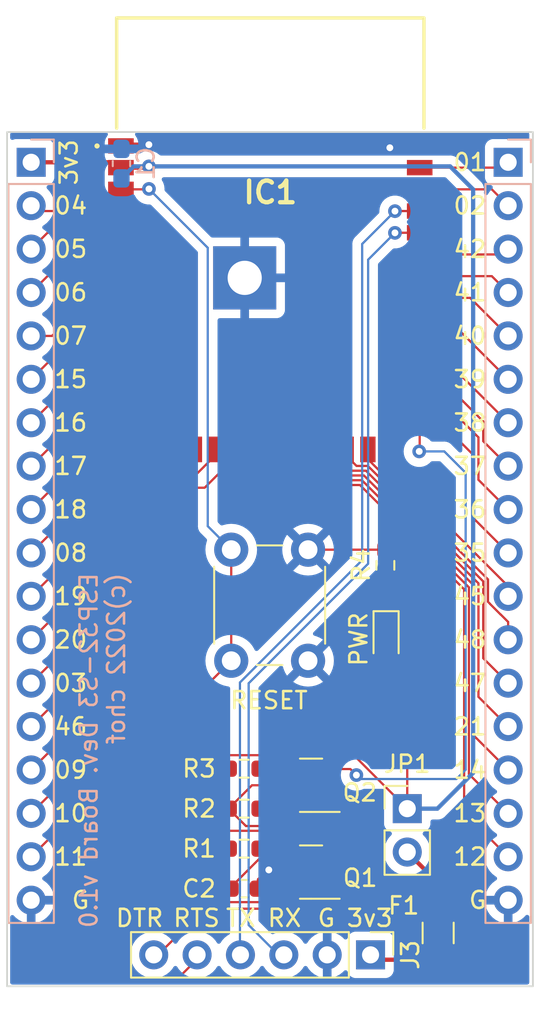
<source format=kicad_pcb>
(kicad_pcb (version 20221018) (generator pcbnew)
  (layers (0 "F.Cu" signal) (31 "B.Cu" signal) (34 "B.Paste" user) (35 "F.Paste" user) (36 "B.SilkS" user "B.Silkscreen") (37 "F.SilkS" user "F.Silkscreen") (38 "B.Mask" user) (39 "F.Mask" user) (44 "Edge.Cuts" user))
  (net 0 "")
  (net 1 "+3V3")
  (net 2 "GND")
  (net 3 "~{RESET}")
  (net 4 "/PWR_FUSED")
  (net 5 "/PWR")
  (net 6 "LP02_IO4")
  (net 7 "LP03_IO5")
  (net 8 "LP04_IO6")
  (net 9 "LP05_IO7")
  (net 10 "LP06_IO15")
  (net 11 "LP07_IO16")
  (net 12 "LP08_IO17")
  (net 13 "LP09_IO18")
  (net 14 "LP10_IO8")
  (net 15 "LP11_IO19")
  (net 16 "LP12_IO20")
  (net 17 "LP13_IO3")
  (net 18 "LP14_IO46")
  (net 19 "LP15_IO9")
  (net 20 "LP16_IO10")
  (net 21 "LP17_IO11")
  (net 22 "RP01_IO12")
  (net 23 "RP02_IO13")
  (net 24 "RP03_IO14")
  (net 25 "RP04_IO21")
  (net 26 "RP05_IO47")
  (net 27 "RP06_IO48")
  (net 28 "RP07_IO45")
  (net 29 " GPIO0")
  (net 30 "RP08_IO35")
  (net 31 "RP09_IO36")
  (net 32 "RP10_IO37")
  (net 33 "RP11_IO38")
  (net 34 "RP12_IO39")
  (net 35 "RP13_IO40")
  (net 36 "RP14_IO41")
  (net 37 "RP15_IO42")
  (net 38 "ESP32_RX")
  (net 39 "ESP32_TX")
  (net 40 "RP16_IO2")
  (net 41 "RP17_IO1")
  (net 42 "RTS")
  (net 43 "DTR")
  (net 44 "Net-(Q1-Pad1)")
  (net 45 "Net-(Q2-Pad1)")
  (net 46 "Net-(D1-Pad1)")
  (footprint "Resistor_SMD:R_0603_1608Metric_Pad0.98x0.95mm_HandSolder" (layer "F.Cu") (at 70.75 97.005 90)
    (fp_text reference "R4" (at 0 -1.43 90) (layer "F.SilkS"))
    (fp_text value "1k")
    (fp_line (start -0.254724 -0.5225) (end 0.254724 -0.5225) (stroke (width 0.12)) (layer "F.SilkS"))
    (fp_line (start -0.254724 0.5225) (end 0.254724 0.5225) (stroke (width 0.12)) (layer "F.SilkS"))
    (pad "1" smd roundrect (at -0.9125 0 90) (size 0.975 0.95) (layers "F.Cu" "F.Paste" "F.Mask") (net 46 "Net-(D1-Pad1)"))
    (pad "2" smd roundrect (at 0.9125 0 90) (size 0.975 0.95) (layers "F.Cu" "F.Paste" "F.Mask") (net 2 "GND"))
  )
  (footprint "Resistor_SMD:R_0603_1608Metric_Pad0.98x0.95mm_HandSolder" (layer "F.Cu") (at 62.47798 108.90648)
    (fp_text reference "R3" (at -2.6435 0) (layer "F.SilkS"))
    (fp_text value "10k")
    (fp_line (start -0.254724 -0.5225) (end 0.254724 -0.5225) (stroke (width 0.12)) (layer "F.SilkS"))
    (fp_line (start -0.254724 0.5225) (end 0.254724 0.5225) (stroke (width 0.12)) (layer "F.SilkS"))
    (pad "1" smd roundrect (at -0.9125 0) (size 0.975 0.95) (layers "F.Cu" "F.Paste" "F.Mask") (net 42 "RTS"))
    (pad "2" smd roundrect (at 0.9125 0) (size 0.975 0.95) (layers "F.Cu" "F.Paste" "F.Mask") (net 45 "Net-(Q2-Pad1)"))
  )
  (footprint "Resistor_SMD:R_0603_1608Metric_Pad0.98x0.95mm_HandSolder" (layer "F.Cu") (at 62.47798 113.58648)
    (fp_text reference "R1" (at -2.6435 0) (layer "F.SilkS"))
    (fp_text value "22k")
    (fp_line (start -0.254724 -0.5225) (end 0.254724 -0.5225) (stroke (width 0.12)) (layer "F.SilkS"))
    (fp_line (start -0.254724 0.5225) (end 0.254724 0.5225) (stroke (width 0.12)) (layer "F.SilkS"))
    (pad "1" smd roundrect (at -0.9125 0) (size 0.975 0.95) (layers "F.Cu" "F.Paste" "F.Mask") (net 1 "+3V3"))
    (pad "2" smd roundrect (at 0.9125 0) (size 0.975 0.95) (layers "F.Cu" "F.Paste" "F.Mask") (net 3 "~{RESET}"))
  )
  (footprint "Fuse:Fuse_1206_3216Metric_Pad1.42x1.75mm_HandSolder" (layer "F.Cu") (at 73.84 118.52 -90)
    (fp_text reference "F1" (at -1.6 2.02) (layer "F.SilkS"))
    (fp_text value "Fuse" hide)
    (fp_line (start -0.602064 -0.91) (end 0.602064 -0.91) (stroke (width 0.12)) (layer "F.SilkS"))
    (fp_line (start -0.602064 0.91) (end 0.602064 0.91) (stroke (width 0.12)) (layer "F.SilkS"))
    (pad "1" smd roundrect (at -1.4875 0 270) (size 1.425 1.75) (layers "F.Cu" "F.Paste" "F.Mask") (roundrect_rratio 0.1754392982) (net 4 "/PWR_FUSED"))
    (pad "2" smd roundrect (at 1.4875 0 270) (size 1.425 1.75) (layers "F.Cu" "F.Paste" "F.Mask") (roundrect_rratio 0.1754392982) (net 5 "/PWR"))
  )
  (footprint "Connector_PinHeader_2.54mm:PinHeader_1x06_P2.54mm_Vertical" (layer "F.Cu") (at 69.88 119.8 -90)
    (fp_text reference "J3" (at 0 -2.33 -90) (layer "F.SilkS"))
    (fp_text value "PROG_HDR")
    (fp_line (start -1.33 -1.33) (end 0 -1.33) (stroke (width 0.12)) (layer "F.SilkS"))
    (fp_line (start -1.33 0) (end -1.33 -1.33) (stroke (width 0.12)) (layer "F.SilkS"))
    (fp_line (start -1.33 1.27) (end -1.33 14.03) (stroke (width 0.12)) (layer "F.SilkS"))
    (fp_line (start -1.33 1.27) (end 1.33 1.27) (stroke (width 0.12)) (layer "F.SilkS"))
    (fp_line (start -1.33 14.03) (end 1.33 14.03) (stroke (width 0.12)) (layer "F.SilkS"))
    (fp_line (start 1.33 1.27) (end 1.33 14.03) (stroke (width 0.12)) (layer "F.SilkS"))
    (pad "1" thru_hole rect (at 0 0 270) (size 1.7 1.7) (drill 1) (layers "*.Cu" "*.Mask") (net 5 "/PWR"))
    (pad "2" thru_hole oval (at 0 2.54 270) (size 1.7 1.7) (drill 1) (layers "*.Cu" "*.Mask") (net 2 "GND"))
    (pad "3" thru_hole oval (at 0 5.08 270) (size 1.7 1.7) (drill 1) (layers "*.Cu" "*.Mask") (net 38 "ESP32_RX"))
    (pad "4" thru_hole oval (at 0 7.62 270) (size 1.7 1.7) (drill 1) (layers "*.Cu" "*.Mask") (net 39 "ESP32_TX"))
    (pad "5" thru_hole oval (at 0 10.16 270) (size 1.7 1.7) (drill 1) (layers "*.Cu" "*.Mask") (net 42 "RTS"))
    (pad "6" thru_hole oval (at 0 12.7 270) (size 1.7 1.7) (drill 1) (layers "*.Cu" "*.Mask") (net 43 "DTR"))
  )
  (footprint "Button_Switch_THT:SW_PUSH_6mm" (layer "F.Cu") (at 66.22 96.09 -90)
    (fp_text reference "RESET" (at 8.82 2.29 180) (layer "F.SilkS"))
    (fp_text value "SW_Reset")
    (fp_line (start -0.25 1.5) (end -0.25 3) (stroke (width 0.12)) (layer "F.SilkS"))
    (fp_line (start 1 5.5) (end 5.5 5.5) (stroke (width 0.12)) (layer "F.SilkS"))
    (fp_line (start 5.5 -1) (end 1 -1) (stroke (width 0.12)) (layer "F.SilkS"))
    (fp_line (start 6.75 3) (end 6.75 1.5) (stroke (width 0.12)) (layer "F.SilkS"))
    (pad "1" thru_hole circle (at 0 0) (size 2 2) (drill 1.1) (layers "*.Cu" "*.Mask") (net 2 "GND"))
    (pad "1" thru_hole circle (at 6.5 0) (size 2 2) (drill 1.1) (layers "*.Cu" "*.Mask") (net 2 "GND"))
    (pad "2" thru_hole circle (at 0 4.5) (size 2 2) (drill 1.1) (layers "*.Cu" "*.Mask") (net 3 "~{RESET}"))
    (pad "2" thru_hole circle (at 6.5 4.5) (size 2 2) (drill 1.1) (layers "*.Cu" "*.Mask") (net 3 "~{RESET}"))
  )
  (footprint "Connector_PinHeader_2.54mm:PinHeader_1x02_P2.54mm_Vertical" (layer "F.Cu") (at 72.03 111.245)
    (fp_text reference "JP1" (at 0 -2.615) (layer "F.SilkS"))
    (fp_text value "PWR_PROG" hide)
    (fp_line (start -1.33 -1.33) (end 0 -1.33) (stroke (width 0.12)) (layer "F.SilkS"))
    (fp_line (start -1.33 0) (end -1.33 -1.33) (stroke (width 0.12)) (layer "F.SilkS"))
    (fp_line (start -1.33 1.27) (end -1.33 3.87) (stroke (width 0.12)) (layer "F.SilkS"))
    (fp_line (start -1.33 1.27) (end 1.33 1.27) (stroke (width 0.12)) (layer "F.SilkS"))
    (fp_line (start -1.33 3.87) (end 1.33 3.87) (stroke (width 0.12)) (layer "F.SilkS"))
    (fp_line (start 1.33 1.27) (end 1.33 3.87) (stroke (width 0.12)) (layer "F.SilkS"))
    (pad "1" thru_hole rect (at 0 0) (size 1.7 1.7) (drill 1) (layers "*.Cu" "*.Mask") (net 1 "+3V3"))
    (pad "2" thru_hole oval (at 0 2.54) (size 1.7 1.7) (drill 1) (layers "*.Cu" "*.Mask") (net 4 "/PWR_FUSED"))
  )
  (footprint "Package_TO_SOT_SMD:SOT-23" (layer "F.Cu") (at 66.39498 114.95648 180)
    (fp_text reference "Q1" (at -2.87502 -0.34352) (layer "F.SilkS"))
    (fp_text value "SS8050-G" hide)
    (fp_line (start 0 -1.56) (end -1.675 -1.56) (stroke (width 0.12)) (layer "F.SilkS"))
    (fp_line (start 0 -1.56) (end 0.65 -1.56) (stroke (width 0.12)) (layer "F.SilkS"))
    (fp_line (start 0 1.56) (end -0.65 1.56) (stroke (width 0.12)) (layer "F.SilkS"))
    (fp_line (start 0 1.56) (end 0.65 1.56) (stroke (width 0.12)) (layer "F.SilkS"))
    (pad "1" smd roundrect (at -0.9375 -0.95 180) (size 1.475 0.6) (layers "F.Cu" "F.Paste" "F.Mask") (net 44 "Net-(Q1-Pad1)"))
    (pad "2" smd roundrect (at -0.9375 0.95 180) (size 1.475 0.6) (layers "F.Cu" "F.Paste" "F.Mask") (net 3 "~{RESET}"))
    (pad "3" smd roundrect (at 0.9375 0 180) (size 1.475 0.6) (layers "F.Cu" "F.Paste" "F.Mask") (net 42 "RTS"))
  )
  (footprint "Package_TO_SOT_SMD:SOT-23" (layer "F.Cu") (at 66.39498 109.87648 180)
    (fp_text reference "Q2" (at -2.85502 -0.43352) (layer "F.SilkS"))
    (fp_text value "SS8050-G")
    (fp_line (start 0 -1.56) (end -1.675 -1.56) (stroke (width 0.12)) (layer "F.SilkS"))
    (fp_line (start 0 -1.56) (end 0.65 -1.56) (stroke (width 0.12)) (layer "F.SilkS"))
    (fp_line (start 0 1.56) (end -0.65 1.56) (stroke (width 0.12)) (layer "F.SilkS"))
    (fp_line (start 0 1.56) (end 0.65 1.56) (stroke (width 0.12)) (layer "F.SilkS"))
    (pad "1" smd roundrect (at -0.9375 -0.95 180) (size 1.475 0.6) (layers "F.Cu" "F.Paste" "F.Mask") (net 45 "Net-(Q2-Pad1)"))
    (pad "2" smd roundrect (at -0.9375 0.95 180) (size 1.475 0.6) (layers "F.Cu" "F.Paste" "F.Mask") (net 29 " GPIO0"))
    (pad "3" smd roundrect (at 0.9375 0 180) (size 1.475 0.6) (layers "F.Cu" "F.Paste" "F.Mask") (net 43 "DTR"))
  )
  (footprint "Resistor_SMD:R_0603_1608Metric_Pad0.98x0.95mm_HandSolder" (layer "F.Cu") (at 62.47798 111.24648)
    (fp_text reference "R2" (at -2.6435 0) (layer "F.SilkS"))
    (fp_text value "10k")
    (fp_line (start -0.254724 -0.5225) (end 0.254724 -0.5225) (stroke (width 0.12)) (layer "F.SilkS"))
    (fp_line (start -0.254724 0.5225) (end 0.254724 0.5225) (stroke (width 0.12)) (layer "F.SilkS"))
    (pad "1" smd roundrect (at -0.9125 0) (size 0.975 0.95) (layers "F.Cu" "F.Paste" "F.Mask") (net 43 "DTR"))
    (pad "2" smd roundrect (at 0.9125 0) (size 0.975 0.95) (layers "F.Cu" "F.Paste" "F.Mask") (net 44 "Net-(Q1-Pad1)"))
  )
  (footprint "Capacitor_SMD:C_0603_1608Metric_Pad1.08x0.95mm_HandSolder" (layer "F.Cu") (at 62.47798 115.92648)
    (fp_text reference "C2" (at -2.6435 0) (layer "F.SilkS"))
    (fp_text value "1uF")
    (fp_line (start -0.146267 -0.51) (end 0.146267 -0.51) (stroke (width 0.12)) (layer "F.SilkS"))
    (fp_line (start -0.146267 0.51) (end 0.146267 0.51) (stroke (width 0.12)) (layer "F.SilkS"))
    (pad "1" smd roundrect (at -0.8625 0) (size 1.075 0.95) (layers "F.Cu" "F.Paste" "F.Mask") (net 3 "~{RESET}"))
    (pad "2" smd roundrect (at 0.8625 0) (size 1.075 0.95) (layers "F.Cu" "F.Paste" "F.Mask") (net 2 "GND"))
  )
  (footprint "LED_SMD:LED_0603_1608Metric_Pad1.05x0.95mm_HandSolder" (layer "F.Cu") (at 70.79 101.35 -90)
    (fp_text reference "PWR" hide)
    (fp_text value "PWR" (at -0.02 1.61 90) (layer "F.SilkS"))
    (fp_line (start -1.66 -0.735) (end -1.66 0.735) (stroke (width 0.12)) (layer "F.SilkS"))
    (fp_line (start -1.66 0.735) (end 0.8 0.735) (stroke (width 0.12)) (layer "F.SilkS"))
    (fp_line (start 0.8 -0.735) (end -1.66 -0.735) (stroke (width 0.12)) (layer "F.SilkS"))
    (pad "1" smd roundrect (at -0.875 0 270) (size 1.05 0.95) (layers "F.Cu" "F.Paste" "F.Mask") (net 46 "Net-(D1-Pad1)"))
    (pad "2" smd roundrect (at 0.875 0 270) (size 1.05 0.95) (layers "F.Cu" "F.Paste" "F.Mask") (net 1 "+3V3"))
  )
  (footprint "Chof747 Footprints:ESP32S3WROOM1N8R8" (layer "F.Cu") (at 64.008 77.724)
    (fp_text reference "IC1" (at 0 -2.54) (layer "F.SilkS") (effects (font (size 1.27 1.27) (thickness 0.254))))
    (fp_text value "ESP32-S3-WROOM-1-N8R8" hide)
    (fp_line (start -10.2 -5.26) (end -10.2 -5.26) (stroke (width 0.2)) (layer "F.SilkS"))
    (fp_line (start -10.2 -5.26) (end -10.2 -5.26) (stroke (width 0.2)) (layer "F.SilkS"))
    (fp_line (start -10.1 -5.26) (end -10.1 -5.26) (stroke (width 0.2)) (layer "F.SilkS"))
    (fp_line (start -9 -12.75) (end 9 -12.75) (stroke (width 0.2)) (layer "F.SilkS"))
    (fp_line (start -9 -6.3) (end -9 -12.75) (stroke (width 0.2)) (layer "F.SilkS"))
    (fp_line (start 9 -12.75) (end 9 -6.3) (stroke (width 0.2)) (layer "F.SilkS"))
    (fp_arc (start -10.2 -5.26) (mid -10.15 -5.31) (end -10.1 -5.26) (stroke (width 0.2)) (layer "F.SilkS"))
    (fp_arc (start -10.1 -5.26) (mid -10.15 -5.21) (end -10.2 -5.26) (stroke (width 0.2)) (layer "F.SilkS"))
    (fp_arc (start -10.1 -5.26) (mid -10.15 -5.21) (end -10.2 -5.26) (stroke (width 0.2)) (layer "F.SilkS"))
    (pad "1" smd rect locked (at -8.75 -5.26 90) (size 0.9 1.5) (layers "F.Cu" "F.Paste" "F.Mask") (net 2 "GND"))
    (pad "1" thru_hole rect locked (at -1.5 2.46) (size 3.7 3.7) (drill 2) (layers "*.Cu" "*.Mask") (net 2 "GND"))
    (pad "1" smd rect locked (at 8.75 -5.26 90) (size 0.9 1.5) (layers "F.Cu" "F.Paste" "F.Mask") (net 2 "GND"))
    (pad "2" smd rect locked (at -8.75 -3.99 90) (size 0.9 1.5) (layers "F.Cu" "F.Paste" "F.Mask") (net 1 "+3V3"))
    (pad "3" smd rect locked (at -8.75 -2.72 90) (size 0.9 1.5) (layers "F.Cu" "F.Paste" "F.Mask") (net 3 "~{RESET}"))
    (pad "4" smd rect locked (at -8.75 -1.45 90) (size 0.9 1.5) (layers "F.Cu" "F.Paste" "F.Mask") (net 6 "LP02_IO4"))
    (pad "5" smd rect locked (at -8.75 -0.18 90) (size 0.9 1.5) (layers "F.Cu" "F.Paste" "F.Mask") (net 7 "LP03_IO5"))
    (pad "6" smd rect locked (at -8.75 1.09 90) (size 0.9 1.5) (layers "F.Cu" "F.Paste" "F.Mask") (net 8 "LP04_IO6"))
    (pad "7" smd rect locked (at -8.75 2.36 90) (size 0.9 1.5) (layers "F.Cu" "F.Paste" "F.Mask") (net 9 "LP05_IO7"))
    (pad "8" smd rect locked (at -8.75 3.63 90) (size 0.9 1.5) (layers "F.Cu" "F.Paste" "F.Mask") (net 10 "LP06_IO15"))
    (pad "9" smd rect locked (at -8.75 4.9 90) (size 0.9 1.5) (layers "F.Cu" "F.Paste" "F.Mask") (net 11 "LP07_IO16"))
    (pad "10" smd rect locked (at -8.75 6.17 90) (size 0.9 1.5) (layers "F.Cu" "F.Paste" "F.Mask") (net 12 "LP08_IO17"))
    (pad "11" smd rect locked (at -8.75 7.44 90) (size 0.9 1.5) (layers "F.Cu" "F.Paste" "F.Mask") (net 13 "LP09_IO18"))
    (pad "12" smd rect locked (at -8.75 8.71 90) (size 0.9 1.5) (layers "F.Cu" "F.Paste" "F.Mask") (net 14 "LP10_IO8"))
    (pad "13" smd rect locked (at -8.75 9.98 90) (size 0.9 1.5) (layers "F.Cu" "F.Paste" "F.Mask") (net 15 "LP11_IO19"))
    (pad "14" smd rect locked (at -8.75 11.25 90) (size 0.9 1.5) (layers "F.Cu" "F.Paste" "F.Mask") (net 16 "LP12_IO20"))
    (pad "15" smd rect locked (at -6.985 12.5) (size 0.9 1.5) (layers "F.Cu" "F.Paste" "F.Mask") (net 17 "LP13_IO3"))
    (pad "16" smd rect locked (at -5.715 12.5) (size 0.9 1.5) (layers "F.Cu" "F.Paste" "F.Mask") (net 18 "LP14_IO46"))
    (pad "17" smd rect locked (at -4.445 12.5) (size 0.9 1.5) (layers "F.Cu" "F.Paste" "F.Mask") (net 19 "LP15_IO9"))
    (pad "18" smd rect locked (at -3.175 12.5) (size 0.9 1.5) (layers "F.Cu" "F.Paste" "F.Mask") (net 20 "LP16_IO10"))
    (pad "19" smd rect locked (at -1.905 12.5) (size 0.9 1.5) (layers "F.Cu" "F.Paste" "F.Mask") (net 21 "LP17_IO11"))
    (pad "20" smd rect locked (at -0.635 12.5) (size 0.9 1.5) (layers "F.Cu" "F.Paste" "F.Mask") (net 22 "RP01_IO12"))
    (pad "21" smd rect locked (at 0.635 12.5) (size 0.9 1.5) (layers "F.Cu" "F.Paste" "F.Mask") (net 23 "RP02_IO13"))
    (pad "22" smd rect locked (at 1.905 12.5) (size 0.9 1.5) (layers "F.Cu" "F.Paste" "F.Mask") (net 24 "RP03_IO14"))
    (pad "23" smd rect locked (at 3.175 12.5) (size 0.9 1.5) (layers "F.Cu" "F.Paste" "F.Mask") (net 25 "RP04_IO21"))
    (pad "24" smd rect locked (at 4.445 12.5) (size 0.9 1.5) (layers "F.Cu" "F.Paste" "F.Mask") (net 26 "RP05_IO47"))
    (pad "25" smd rect locked (at 5.715 12.5) (size 0.9 1.5) (layers "F.Cu" "F.Paste" "F.Mask") (net 27 "RP06_IO48"))
    (pad "26" smd rect locked (at 6.985 12.5) (size 0.9 1.5) (layers "F.Cu" "F.Paste" "F.Mask") (net 28 "RP07_IO45"))
    (pad "27" smd rect locked (at 8.75 11.25 90) (size 0.9 1.5) (layers "F.Cu" "F.Paste" "F.Mask") (net 29 " GPIO0"))
    (pad "28" smd rect locked (at 8.75 9.98 90) (size 0.9 1.5) (layers "F.Cu" "F.Paste" "F.Mask") (net 30 "RP08_IO35"))
    (pad "29" smd rect locked (at 8.75 8.71 90) (size 0.9 1.5) (layers "F.Cu" "F.Paste" "F.Mask") (net 31 "RP09_IO36"))
    (pad "30" smd rect locked (at 8.75 7.44 90) (size 0.9 1.5) (layers "F.Cu" "F.Paste" "F.Mask") (net 32 "RP10_IO37"))
    (pad "31" smd rect locked (at 8.75 6.17 90) (size 0.9 1.5) (layers "F.Cu" "F.Paste" "F.Mask") (net 33 "RP11_IO38"))
    (pad "32" smd rect locked (at 8.75 4.9 90) (size 0.9 1.5) (layers "F.Cu" "F.Paste" "F.Mask") (net 34 "RP12_IO39"))
    (pad "33" smd rect locked (at 8.75 3.63 90) (size 0.9 1.5) (layers "F.Cu" "F.Paste" "F.Mask") (net 35 "RP13_IO40"))
    (pad "34" smd rect locked (at 8.75 2.36 90) (size 0.9 1.5) (layers "F.Cu" "F.Paste" "F.Mask") (net 36 "RP14_IO41"))
    (pad "35" smd rect locked (at 8.75 1.09 90) (size 0.9 1.5) (layers "F.Cu" "F.Paste" "F.Mask") (net 37 "RP15_IO42"))
    (pad "36" smd rect locked (at 8.75 -0.18 90) (size 0.9 1.5) (layers "F.Cu" "F.Paste" "F.Mask") (net 38 "ESP32_RX"))
    (pad "37" smd rect locked (at 8.75 -1.45 90) (size 0.9 1.5) (layers "F.Cu" "F.Paste" "F.Mask") (net 39 "ESP32_TX"))
    (pad "38" smd rect locked (at 8.75 -2.72 90) (size 0.9 1.5) (layers "F.Cu" "F.Paste" "F.Mask") (net 40 "RP16_IO2"))
    (pad "39" smd rect locked (at 8.75 -3.99 90) (size 0.9 1.5) (layers "F.Cu" "F.Paste" "F.Mask") (net 41 "RP17_IO1"))
  )
  (footprint "Capacitor_SMD:C_0603_1608Metric_Pad1.08x0.95mm_HandSolder" (layer "B.Cu") (at 55.29 73.5 90)
    (fp_text reference "C1" (at 0 1.43 90) (layer "B.SilkS") (effects (justify mirror)))
    (fp_text value "10uF")
    (fp_line (start -0.146267 -0.51) (end 0.146267 -0.51) (stroke (width 0.12)) (layer "B.SilkS"))
    (fp_line (start -0.146267 0.51) (end 0.146267 0.51) (stroke (width 0.12)) (layer "B.SilkS"))
    (pad "1" smd roundrect (at -0.8625 0 90) (size 1.075 0.95) (layers "B.Cu" "B.Paste" "B.Mask") (net 1 "+3V3"))
    (pad "2" smd roundrect (at 0.8625 0 90) (size 1.075 0.95) (layers "B.Cu" "B.Paste" "B.Mask") (net 2 "GND"))
  )
  (footprint "Connector_PinHeader_2.54mm:PinHeader_1x18_P2.54mm_Vertical" (layer "B.Cu") (at 77.94 73.421 180)
    (fp_text reference "J2" hide)
    (fp_text value "Conn_01x18" hide)
    (fp_line (start -1.33 -44.51) (end 1.33 -44.51) (stroke (width 0.12)) (layer "B.SilkS"))
    (fp_line (start -1.33 -1.27) (end -1.33 -44.51) (stroke (width 0.12)) (layer "B.SilkS"))
    (fp_line (start -1.33 -1.27) (end 1.33 -1.27) (stroke (width 0.12)) (layer "B.SilkS"))
    (fp_line (start -1.33 0) (end -1.33 1.33) (stroke (width 0.12)) (layer "B.SilkS"))
    (fp_line (start -1.33 1.33) (end 0 1.33) (stroke (width 0.12)) (layer "B.SilkS"))
    (fp_line (start 1.33 -1.27) (end 1.33 -44.51) (stroke (width 0.12)) (layer "B.SilkS"))
    (pad "1" thru_hole rect locked (at 0 0 180) (size 1.7 1.7) (drill 1) (layers "*.Cu" "*.Mask") (net 41 "RP17_IO1"))
    (pad "2" thru_hole oval locked (at 0 -2.54 180) (size 1.7 1.7) (drill 1) (layers "*.Cu" "*.Mask") (net 40 "RP16_IO2"))
    (pad "3" thru_hole oval locked (at 0 -5.08 180) (size 1.7 1.7) (drill 1) (layers "*.Cu" "*.Mask") (net 37 "RP15_IO42"))
    (pad "4" thru_hole oval locked (at 0 -7.62 180) (size 1.7 1.7) (drill 1) (layers "*.Cu" "*.Mask") (net 36 "RP14_IO41"))
    (pad "5" thru_hole oval locked (at 0 -10.16 180) (size 1.7 1.7) (drill 1) (layers "*.Cu" "*.Mask") (net 35 "RP13_IO40"))
    (pad "6" thru_hole oval locked (at 0 -12.7 180) (size 1.7 1.7) (drill 1) (layers "*.Cu" "*.Mask") (net 34 "RP12_IO39"))
    (pad "7" thru_hole oval locked (at 0 -15.24 180) (size 1.7 1.7) (drill 1) (layers "*.Cu" "*.Mask") (net 33 "RP11_IO38"))
    (pad "8" thru_hole oval locked (at 0 -17.78 180) (size 1.7 1.7) (drill 1) (layers "*.Cu" "*.Mask") (net 32 "RP10_IO37"))
    (pad "9" thru_hole oval locked (at 0 -20.32 180) (size 1.7 1.7) (drill 1) (layers "*.Cu" "*.Mask") (net 31 "RP09_IO36"))
    (pad "10" thru_hole oval locked (at 0 -22.86 180) (size 1.7 1.7) (drill 1) (layers "*.Cu" "*.Mask") (net 30 "RP08_IO35"))
    (pad "11" thru_hole oval locked (at 0 -25.4 180) (size 1.7 1.7) (drill 1) (layers "*.Cu" "*.Mask") (net 28 "RP07_IO45"))
    (pad "12" thru_hole oval locked (at 0 -27.94 180) (size 1.7 1.7) (drill 1) (layers "*.Cu" "*.Mask") (net 27 "RP06_IO48"))
    (pad "13" thru_hole oval locked (at 0 -30.48 180) (size 1.7 1.7) (drill 1) (layers "*.Cu" "*.Mask") (net 26 "RP05_IO47"))
    (pad "14" thru_hole oval locked (at 0 -33.02 180) (size 1.7 1.7) (drill 1) (layers "*.Cu" "*.Mask") (net 25 "RP04_IO21"))
    (pad "15" thru_hole oval locked (at 0 -35.56 180) (size 1.7 1.7) (drill 1) (layers "*.Cu" "*.Mask") (net 24 "RP03_IO14"))
    (pad "16" thru_hole oval locked (at 0 -38.1 180) (size 1.7 1.7) (drill 1) (layers "*.Cu" "*.Mask") (net 23 "RP02_IO13"))
    (pad "17" thru_hole oval locked (at 0 -40.64 180) (size 1.7 1.7) (drill 1) (layers "*.Cu" "*.Mask") (net 22 "RP01_IO12"))
    (pad "18" thru_hole oval locked (at 0 -43.18 180) (size 1.7 1.7) (drill 1) (layers "*.Cu" "*.Mask") (net 2 "GND"))
  )
  (footprint "Connector_PinHeader_2.54mm:PinHeader_1x18_P2.54mm_Vertical" (layer "B.Cu") (at 50 73.421 180)
    (fp_text reference "J1" hide)
    (fp_text value "Conn_01x18" hide)
    (fp_line (start -1.33 -44.51) (end 1.33 -44.51) (stroke (width 0.12)) (layer "B.SilkS"))
    (fp_line (start -1.33 -1.27) (end -1.33 -44.51) (stroke (width 0.12)) (layer "B.SilkS"))
    (fp_line (start -1.33 -1.27) (end 1.33 -1.27) (stroke (width 0.12)) (layer "B.SilkS"))
    (fp_line (start -1.33 0) (end -1.33 1.33) (stroke (width 0.12)) (layer "B.SilkS"))
    (fp_line (start -1.33 1.33) (end 0 1.33) (stroke (width 0.12)) (layer "B.SilkS"))
    (fp_line (start 1.33 -1.27) (end 1.33 -44.51) (stroke (width 0.12)) (layer "B.SilkS"))
    (pad "1" thru_hole rect locked (at 0 0 180) (size 1.7 1.7) (drill 1) (layers "*.Cu" "*.Mask") (net 1 "+3V3"))
    (pad "2" thru_hole oval locked (at 0 -2.54 180) (size 1.7 1.7) (drill 1) (layers "*.Cu" "*.Mask") (net 6 "LP02_IO4"))
    (pad "3" thru_hole oval locked (at 0 -5.08 180) (size 1.7 1.7) (drill 1) (layers "*.Cu" "*.Mask") (net 7 "LP03_IO5"))
    (pad "4" thru_hole oval locked (at 0 -7.62 180) (size 1.7 1.7) (drill 1) (layers "*.Cu" "*.Mask") (net 8 "LP04_IO6"))
    (pad "5" thru_hole oval locked (at 0 -10.16 180) (size 1.7 1.7) (drill 1) (layers "*.Cu" "*.Mask") (net 9 "LP05_IO7"))
    (pad "6" thru_hole oval locked (at 0 -12.7 180) (size 1.7 1.7) (drill 1) (layers "*.Cu" "*.Mask") (net 10 "LP06_IO15"))
    (pad "7" thru_hole oval locked (at 0 -15.24 180) (size 1.7 1.7) (drill 1) (layers "*.Cu" "*.Mask") (net 11 "LP07_IO16"))
    (pad "8" thru_hole oval locked (at 0 -17.78 180) (size 1.7 1.7) (drill 1) (layers "*.Cu" "*.Mask") (net 12 "LP08_IO17"))
    (pad "9" thru_hole oval locked (at 0 -20.32 180) (size 1.7 1.7) (drill 1) (layers "*.Cu" "*.Mask") (net 13 "LP09_IO18"))
    (pad "10" thru_hole oval locked (at 0 -22.86 180) (size 1.7 1.7) (drill 1) (layers "*.Cu" "*.Mask") (net 14 "LP10_IO8"))
    (pad "11" thru_hole oval locked (at 0 -25.4 180) (size 1.7 1.7) (drill 1) (layers "*.Cu" "*.Mask") (net 15 "LP11_IO19"))
    (pad "12" thru_hole oval locked (at 0 -27.94 180) (size 1.7 1.7) (drill 1) (layers "*.Cu" "*.Mask") (net 16 "LP12_IO20"))
    (pad "13" thru_hole oval locked (at 0 -30.48 180) (size 1.7 1.7) (drill 1) (layers "*.Cu" "*.Mask") (net 17 "LP13_IO3"))
    (pad "14" thru_hole oval locked (at 0 -33.02 180) (size 1.7 1.7) (drill 1) (layers "*.Cu" "*.Mask") (net 18 "LP14_IO46"))
    (pad "15" thru_hole oval locked (at 0 -35.56 180) (size 1.7 1.7) (drill 1) (layers "*.Cu" "*.Mask") (net 19 "LP15_IO9"))
    (pad "16" thru_hole oval locked (at 0 -38.1 180) (size 1.7 1.7) (drill 1) (layers "*.Cu" "*.Mask") (net 20 "LP16_IO10"))
    (pad "17" thru_hole oval locked (at 0 -40.64 180) (size 1.7 1.7) (drill 1) (layers "*.Cu" "*.Mask") (net 21 "LP17_IO11"))
    (pad "18" thru_hole oval locked (at 0 -43.18 180) (size 1.7 1.7) (drill 1) (layers "*.Cu" "*.Mask") (net 2 "GND"))
  )
  (gr_rect locked (start 48.59 71.65) (end 79.39 121.64) (stroke (width 0.1)) (fill none) (layer "Edge.Cuts"))
  (gr_text "ESP32-S3 Dev. Board v1.0\n(c)2022 chof" (at 54.18 97.36 90) (layer "B.SilkS") (effects (font (size 1 1)) (justify left mirror)))
  (gr_text "35" (at 75.7 96.281) (layer "F.SilkS") (effects (font (size 1 1))))
  (gr_text "06" (at 52.32 81.041) (layer "F.SilkS") (effects (font (size 1 1))))
  (gr_text "14" (at 75.7 108.981) (layer "F.SilkS") (effects (font (size 1 1))))
  (gr_text "3v3" (at 69.83 117.65) (layer "F.SilkS") (effects (font (size 1 1))))
  (gr_text "08" (at 52.32 96.281) (layer "F.SilkS") (effects (font (size 1 1))))
  (gr_text "47" (at 75.7 103.901) (layer "F.SilkS") (effects (font (size 1 1))))
  (gr_text "10" (at 52.32 111.521) (layer "F.SilkS") (effects (font (size 1 1))))
  (gr_text "42" (at 75.7 78.501) (layer "F.SilkS") (effects (font (size 1 1))))
  (gr_text "41" (at 75.7 81.041) (layer "F.SilkS") (effects (font (size 1 1))))
  (gr_text "19" (at 52.32 98.821) (layer "F.SilkS") (effects (font (size 1 1))))
  (gr_text "12" (at 75.7 114.061) (layer "F.SilkS") (effects (font (size 1 1))))
  (gr_text "20" (at 52.32 101.361) (layer "F.SilkS") (effects (font (size 1 1))))
  (gr_text "07" (at 52.32 83.581) (layer "F.SilkS") (effects (font (size 1 1))))
  (gr_text "48" (at 75.7 101.361) (layer "F.SilkS") (effects (font (size 1 1))))
  (gr_text "38" (at 75.7 88.661) (layer "F.SilkS") (effects (font (size 1 1))))
  (gr_text "03" (at 52.32 103.901) (layer "F.SilkS") (effects (font (size 1 1))))
  (gr_text "36" (at 75.7 93.741) (layer "F.SilkS") (effects (font (size 1 1))))
  (gr_text "15" (at 52.32 86.121) (layer "F.SilkS") (effects (font (size 1 1))))
  (gr_text "21" (at 75.7 106.441) (layer "F.SilkS") (effects (font (size 1 1))))
  (gr_text "09" (at 52.32 108.981) (layer "F.SilkS") (effects (font (size 1 1))))
  (gr_text "45" (at 75.7 98.821) (layer "F.SilkS") (effects (font (size 1 1))))
  (gr_text "G" (at 76.152381 116.601) (layer "F.SilkS") (effects (font (size 1 1))))
  (gr_text "02" (at 75.7 75.961) (layer "F.SilkS") (effects (font (size 1 1))))
  (gr_text "16" (at 52.32 88.661) (layer "F.SilkS") (effects (font (size 1 1))))
  (gr_text "RX" (at 64.84 117.65) (layer "F.SilkS") (effects (font (size 1 1))))
  (gr_text "18" (at 52.32 93.741) (layer "F.SilkS") (effects (font (size 1 1))))
  (gr_text "RTS" (at 59.69 117.65) (layer "F.SilkS") (effects (font (size 1 1))))
  (gr_text "G" (at 52.891428 116.601) (layer "F.SilkS") (effects (font (size 1 1))))
  (gr_text "17" (at 52.32 91.201) (layer "F.SilkS") (effects (font (size 1 1))))
  (gr_text "01\n" (at 75.7 73.421) (layer "F.SilkS") (effects (font (size 1 1))))
  (gr_text "05" (at 52.32 78.501) (layer "F.SilkS") (effects (font (size 1 1))))
  (gr_text "G" (at 67.29 117.65) (layer "F.SilkS") (effects (font (size 1 1))))
  (gr_text "3v3" (at 52.210119 73.421001 90) (layer "F.SilkS") (effects (font (size 1 1))))
  (gr_text "TX" (at 62.28 117.65) (layer "F.SilkS") (effects (font (size 1 1))))
  (gr_text "39" (at 75.7 86.121) (layer "F.SilkS") (effects (font (size 1 1))))
  (gr_text "11" (at 52.32 114.061) (layer "F.SilkS") (effects (font (size 1 1))))
  (gr_text "DTR" (at 56.35 117.65) (layer "F.SilkS") (effects (font (size 1 1))))
  (gr_text "37" (at 75.7 91.201) (layer "F.SilkS") (effects (font (size 1 1))))
  (gr_text "13" (at 75.7 111.521) (layer "F.SilkS") (effects (font (size 1 1))))
  (gr_text "40" (at 75.7 83.581) (layer "F.SilkS") (effects (font (size 1 1))))
  (gr_text "46" (at 52.32 106.441) (layer "F.SilkS") (effects (font (size 1 1))))
  (gr_text "04" (at 52.32 75.961) (layer "F.SilkS") (effects (font (size 1 1))))
  (segment (start 68.90196 108.11696) (end 61.086826 108.11696) (width 0.13) (layer "F.Cu") (net 1))
  (segment (start 60.48394 112.50494) (end 61.56548 113.58648) (width 0.13) (layer "F.Cu") (net 1))
  (segment (start 60.48394 108.84394) (end 60.48394 112.50494) (width 0.13) (layer "F.Cu") (net 1))
  (segment (start 60.48 108.723786) (end 60.48 108.86) (width 0.13) (layer "F.Cu") (net 1))
  (segment (start 72.03 103.465) (end 70.79 102.225) (width 0.13) (layer "F.Cu") (net 1))
  (segment (start 56.822 73.734) (end 56.896 73.66) (width 0.25) (layer "F.Cu") (net 1))
  (segment (start 55.258 73.734) (end 54.945 73.421) (width 0.25) (layer "F.Cu") (net 1))
  (segment (start 72.03 111.245) (end 68.90196 108.11696) (width 0.13) (layer "F.Cu") (net 1))
  (segment (start 54.945 73.421) (end 50 73.421) (width 0.25) (layer "F.Cu") (net 1))
  (segment (start 55.258 73.734) (end 56.822 73.734) (width 0.25) (layer "F.Cu") (net 1))
  (segment (start 72.03 111.245) (end 72.03 103.465) (width 0.13) (layer "F.Cu") (net 1))
  (segment (start 61.086826 108.11696) (end 60.48 108.723786) (width 0.13) (layer "F.Cu") (net 1))
  (segment (start 60.48 108.84) (end 60.48394 108.84394) (width 0.13) (layer "F.Cu") (net 1))
  (via (at 56.896 73.66) (size 0.8) (drill 0.4) (layers "F.Cu" "B.Cu") (net 1))
  (segment (start 75.89 109.15) (end 73.795 111.245) (width 0.25) (layer "B.Cu") (net 1))
  (segment (start 74.54 73.66) (end 75.89 75.01) (width 0.25) (layer "B.Cu") (net 1))
  (segment (start 55.9925 73.66) (end 55.29 74.3625) (width 0.25) (layer "B.Cu") (net 1))
  (segment (start 73.795 111.245) (end 72.03 111.245) (width 0.25) (layer "B.Cu") (net 1))
  (segment (start 56.896 73.66) (end 74.54 73.66) (width 0.25) (layer "B.Cu") (net 1))
  (segment (start 75.89 75.01) (end 75.89 109.15) (width 0.25) (layer "B.Cu") (net 1))
  (segment (start 56.896 73.66) (end 55.9925 73.66) (width 0.25) (layer "B.Cu") (net 1))
  (segment (start 70.75 96.0925) (end 70.7475 96.09) (width 0.25) (layer "F.Cu") (net 2))
  (segment (start 70.7475 96.09) (end 66.22 96.09) (width 0.13) (layer "F.Cu") (net 2))
  (segment (start 55.332 72.39) (end 55.258 72.464) (width 0.25) (layer "F.Cu") (net 2))
  (segment (start 71.116 72.464) (end 71.01 72.57) (width 0.25) (layer "F.Cu") (net 2))
  (segment (start 63.34048 115.92648) (end 63.34048 115.40952) (width 0.25) (layer "F.Cu") (net 2))
  (segment (start 63.34048 115.40952) (end 63.92 114.83) (width 0.25) (layer "F.Cu") (net 2))
  (segment (start 56.896 72.39) (end 55.332 72.39) (width 0.25) (layer "F.Cu") (net 2))
  (segment (start 72.758 72.464) (end 71.116 72.464) (width 0.25) (layer "F.Cu") (net 2))
  (via (at 71.01 72.57) (size 0.8) (drill 0.4) (layers "F.Cu" "B.Cu") (net 2))
  (via (at 63.92 114.83) (size 0.8) (drill 0.4) (layers "F.Cu" "B.Cu") (net 2))
  (via (at 56.896 72.39) (size 0.8) (drill 0.4) (layers "F.Cu" "B.Cu") (net 2))
  (segment (start 63.81048 114.00648) (end 63.39048 113.58648) (width 0.13) (layer "F.Cu") (net 3))
  (segment (start 67.33248 114.00648) (end 63.81048 114.00648) (width 0.13) (layer "F.Cu") (net 3))
  (segment (start 56.876 75.004) (end 56.9 74.98) (width 0.13) (layer "F.Cu") (net 3))
  (segment (start 63.39048 113.58648) (end 63.39048 114.15148) (width 0.13) (layer "F.Cu") (net 3))
  (segment (start 55.258 75.004) (end 56.876 75.004) (width 0.13) (layer "F.Cu") (net 3))
  (segment (start 61.72 102.59) (end 61.72 96.09) (width 0.13) (layer "F.Cu") (net 3))
  (segment (start 59.85 104.46) (end 61.72 102.59) (width 0.13) (layer "F.Cu") (net 3))
  (segment (start 61.61548 115.92648) (end 59.85 114.161) (width 0.13) (layer "F.Cu") (net 3))
  (segment (start 59.85 114.161) (end 59.85 104.46) (width 0.13) (layer "F.Cu") (net 3))
  (segment (start 63.39048 114.15148) (end 61.61548 115.92648) (width 0.13) (layer "F.Cu") (net 3))
  (via (at 56.9 74.98) (size 0.8) (drill 0.4) (layers "F.Cu" "B.Cu") (net 3))
  (segment (start 56.9 74.98) (end 60.343489 78.423489) (width 0.13) (layer "B.Cu") (net 3))
  (segment (start 60.343489 94.713489) (end 61.72 96.09) (width 0.13) (layer "B.Cu") (net 3))
  (segment (start 60.343489 78.423489) (end 60.343489 94.713489) (width 0.13) (layer "B.Cu") (net 3))
  (segment (start 73.84 117.0325) (end 73.84 115.595) (width 0.25) (layer "F.Cu") (net 4))
  (segment (start 73.84 115.595) (end 72.03 113.785) (width 0.25) (layer "F.Cu") (net 4))
  (segment (start 73.7625 120.085) (end 73.84 120.0075) (width 0.25) (layer "F.Cu") (net 5))
  (segment (start 69.85 120.085) (end 73.7625 120.085) (width 0.25) (layer "F.Cu") (net 5))
  (segment (start 50.313 76.274) (end 50 75.961) (width 0.13) (layer "F.Cu") (net 6))
  (segment (start 55.258 76.274) (end 50.313 76.274) (width 0.13) (layer "F.Cu") (net 6))
  (segment (start 55.258 77.544) (end 50.957 77.544) (width 0.13) (layer "F.Cu") (net 7))
  (segment (start 50.957 77.544) (end 50 78.501) (width 0.13) (layer "F.Cu") (net 7))
  (segment (start 55.258 78.814) (end 52.227 78.814) (width 0.13) (layer "F.Cu") (net 8))
  (segment (start 52.227 78.814) (end 50 81.041) (width 0.13) (layer "F.Cu") (net 8))
  (segment (start 55.258 80.084) (end 54.716 80.084) (width 0.13) (layer "F.Cu") (net 9))
  (segment (start 51.219 83.581) (end 50 83.581) (width 0.13) (layer "F.Cu") (net 9))
  (segment (start 54.716 80.084) (end 51.219 83.581) (width 0.13) (layer "F.Cu") (net 9))
  (segment (start 55.258 81.354) (end 54.767 81.354) (width 0.13) (layer "F.Cu") (net 10))
  (segment (start 54.767 81.354) (end 50 86.121) (width 0.13) (layer "F.Cu") (net 10))
  (segment (start 52.832 85.829) (end 50 88.661) (width 0.13) (layer "F.Cu") (net 11))
  (segment (start 54.958 82.624) (end 52.832 84.75) (width 0.13) (layer "F.Cu") (net 11))
  (segment (start 55.258 82.624) (end 54.958 82.624) (width 0.13) (layer "F.Cu") (net 11))
  (segment (start 52.832 84.75) (end 52.832 85.829) (width 0.13) (layer "F.Cu") (net 11))
  (segment (start 54.958 83.894) (end 53.11152 85.74048) (width 0.13) (layer "F.Cu") (net 12))
  (segment (start 53.11152 85.74048) (end 53.11152 88.08948) (width 0.13) (layer "F.Cu") (net 12))
  (segment (start 55.258 83.894) (end 54.958 83.894) (width 0.13) (layer "F.Cu") (net 12))
  (segment (start 53.11152 88.08948) (end 50 91.201) (width 0.13) (layer "F.Cu") (net 12))
  (segment (start 53.39104 86.671938) (end 53.39104 90.34996) (width 0.13) (layer "F.Cu") (net 13))
  (segment (start 54.898978 85.164) (end 53.39104 86.671938) (width 0.13) (layer "F.Cu") (net 13))
  (segment (start 53.39104 90.34996) (end 50 93.741) (width 0.13) (layer "F.Cu") (net 13))
  (segment (start 55.258 85.164) (end 54.898978 85.164) (width 0.13) (layer "F.Cu") (net 13))
  (segment (start 53.67056 87.662418) (end 53.67056 92.61044) (width 0.13) (layer "F.Cu") (net 14))
  (segment (start 53.67056 92.61044) (end 50 96.281) (width 0.13) (layer "F.Cu") (net 14))
  (segment (start 55.258 86.434) (end 54.898978 86.434) (width 0.13) (layer "F.Cu") (net 14))
  (segment (start 54.898978 86.434) (end 53.67056 87.662418) (width 0.13) (layer "F.Cu") (net 14))
  (segment (start 55.258 87.704) (end 54.898978 87.704) (width 0.13) (layer "F.Cu") (net 15))
  (segment (start 54.898978 87.704) (end 53.99 88.612978) (width 0.13) (layer "F.Cu") (net 15))
  (segment (start 53.99 88.612978) (end 53.99 94.831) (width 0.13) (layer "F.Cu") (net 15))
  (segment (start 53.99 94.831) (end 50 98.821) (width 0.13) (layer "F.Cu") (net 15))
  (segment (start 54.26952 97.09148) (end 50 101.361) (width 0.13) (layer "F.Cu") (net 16))
  (segment (start 55.258 88.974) (end 54.26952 89.96248) (width 0.13) (layer "F.Cu") (net 16))
  (segment (start 54.26952 89.96248) (end 54.26952 97.09148) (width 0.13) (layer "F.Cu") (net 16))
  (segment (start 54.54904 92.99796) (end 54.54904 99.35196) (width 0.13) (layer "F.Cu") (net 17))
  (segment (start 57.023 90.524) (end 54.54904 92.99796) (width 0.13) (layer "F.Cu") (net 17))
  (segment (start 57.023 90.224) (end 57.023 90.524) (width 0.13) (layer "F.Cu") (net 17))
  (segment (start 54.54904 99.35196) (end 50 103.901) (width 0.13) (layer "F.Cu") (net 17))
  (segment (start 56.31615 91.62615) (end 54.82856 93.11374) (width 0.13) (layer "F.Cu") (net 18))
  (segment (start 54.82856 101.61244) (end 50 106.441) (width 0.13) (layer "F.Cu") (net 18))
  (segment (start 57.19085 91.62615) (end 56.31615 91.62615) (width 0.13) (layer "F.Cu") (net 18))
  (segment (start 54.82856 93.11374) (end 54.82856 101.61244) (width 0.13) (layer "F.Cu") (net 18))
  (segment (start 58.293 90.224) (end 58.293 90.524) (width 0.13) (layer "F.Cu") (net 18))
  (segment (start 58.293 90.524) (end 57.19085 91.62615) (width 0.13) (layer "F.Cu") (net 18))
  (segment (start 55.10808 93.22952) (end 55.10808 103.87292) (width 0.13) (layer "F.Cu") (net 19))
  (segment (start 58.240353 91.905669) (end 56.43193 91.90567) (width 0.13) (layer "F.Cu") (net 19))
  (segment (start 55.10808 103.87292) (end 50 108.981) (width 0.13) (layer "F.Cu") (net 19))
  (segment (start 56.43193 91.90567) (end 55.10808 93.22952) (width 0.13) (layer "F.Cu") (net 19))
  (segment (start 59.563 90.583022) (end 58.240353 91.905669) (width 0.13) (layer "F.Cu") (net 19))
  (segment (start 59.563 90.224) (end 59.563 90.583022) (width 0.13) (layer "F.Cu") (net 19))
  (segment (start 59.171811 92.185189) (end 57.19085 92.185188) (width 0.13) (layer "F.Cu") (net 20))
  (segment (start 55.3876 93.988438) (end 55.3876 106.1334) (width 0.13) (layer "F.Cu") (net 20))
  (segment (start 60.833 90.224) (end 60.833 90.524) (width 0.13) (layer "F.Cu") (net 20))
  (segment (start 57.19085 92.185188) (end 55.3876 93.988438) (width 0.13) (layer "F.Cu") (net 20))
  (segment (start 60.833 90.524) (end 59.171811 92.185189) (width 0.13) (layer "F.Cu") (net 20))
  (segment (start 55.3876 106.1334) (end 50 111.521) (width 0.13) (layer "F.Cu") (net 20))
  (segment (start 60.162292 92.464708) (end 57.30663 92.464708) (width 0.13) (layer "F.Cu") (net 21))
  (segment (start 62.103 90.524) (end 60.162292 92.464708) (width 0.13) (layer "F.Cu") (net 21))
  (segment (start 55.66712 108.39388) (end 50 114.061) (width 0.13) (layer "F.Cu") (net 21))
  (segment (start 55.66712 94.104218) (end 55.66712 108.39388) (width 0.13) (layer "F.Cu") (net 21))
  (segment (start 62.103 90.224) (end 62.103 90.524) (width 0.13) (layer "F.Cu") (net 21))
  (segment (start 57.30663 92.464708) (end 55.66712 94.104218) (width 0.13) (layer "F.Cu") (net 21))
  (segment (start 63.373 90.524) (end 65.155591 92.306591) (width 0.13) (layer "F.Cu") (net 22))
  (segment (start 75.3624 111.4834) (end 77.94 114.061) (width 0.13) (layer "F.Cu") (net 22))
  (segment (start 63.373 90.224) (end 63.373 90.524) (width 0.13) (layer "F.Cu") (net 22))
  (segment (start 75.3624 98.4089) (end 75.3624 111.4834) (width 0.13) (layer "F.Cu") (net 22))
  (segment (start 65.155591 92.306591) (end 69.260091 92.306591) (width 0.13) (layer "F.Cu") (net 22))
  (segment (start 69.260091 92.306591) (end 75.3624 98.4089) (width 0.13) (layer "F.Cu") (net 22))
  (segment (start 64.643 90.224) (end 64.643 90.524) (width 0.13) (layer "F.Cu") (net 23))
  (segment (start 66.146071 92.027071) (end 69.375871 92.027071) (width 0.13) (layer "F.Cu") (net 23))
  (segment (start 64.643 90.524) (end 66.146071 92.027071) (width 0.13) (layer "F.Cu") (net 23))
  (segment (start 75.64192 109.22292) (end 77.94 111.521) (width 0.13) (layer "F.Cu") (net 23))
  (segment (start 69.375871 92.027071) (end 75.64192 98.29312) (width 0.13) (layer "F.Cu") (net 23))
  (segment (start 75.64192 98.29312) (end 75.64192 109.22292) (width 0.13) (layer "F.Cu") (net 23))
  (segment (start 75.92144 106.96244) (end 77.94 108.981) (width 0.13) (layer "F.Cu") (net 24))
  (segment (start 69.491651 91.747551) (end 75.92144 98.17734) (width 0.13) (layer "F.Cu") (net 24))
  (segment (start 67.136551 91.747551) (end 69.491651 91.747551) (width 0.13) (layer "F.Cu") (net 24))
  (segment (start 75.92144 98.17734) (end 75.92144 106.96244) (width 0.13) (layer "F.Cu") (net 24))
  (segment (start 65.913 90.224) (end 65.913 90.524) (width 0.13) (layer "F.Cu") (net 24))
  (segment (start 65.913 90.524) (end 67.136551 91.747551) (width 0.13) (layer "F.Cu") (net 24))
  (segment (start 67.183 90.583022) (end 68.068008 91.46803) (width 0.13) (layer "F.Cu") (net 25))
  (segment (start 76.20096 104.70196) (end 77.94 106.441) (width 0.13) (layer "F.Cu") (net 25))
  (segment (start 68.068008 91.46803) (end 69.607431 91.468031) (width 0.13) (layer "F.Cu") (net 25))
  (segment (start 69.607431 91.468031) (end 76.20096 98.06156) (width 0.13) (layer "F.Cu") (net 25))
  (segment (start 67.183 90.224) (end 67.183 90.583022) (width 0.13) (layer "F.Cu") (net 25))
  (segment (start 76.20096 98.06156) (end 76.20096 104.70196) (width 0.13) (layer "F.Cu") (net 25))
  (segment (start 76.48048 97.94578) (end 76.48048 102.44148) (width 0.13) (layer "F.Cu") (net 26))
  (segment (start 69.058489 91.188511) (end 69.723211 91.188511) (width 0.13) (layer "F.Cu") (net 26))
  (segment (start 68.453 90.583022) (end 69.058489 91.188511) (width 0.13) (layer "F.Cu") (net 26))
  (segment (start 68.453 90.224) (end 68.453 90.583022) (width 0.13) (layer "F.Cu") (net 26))
  (segment (start 69.723211 91.188511) (end 76.48048 97.94578) (width 0.13) (layer "F.Cu") (net 26))
  (segment (start 76.48048 102.44148) (end 77.94 103.901) (width 0.13) (layer "F.Cu") (net 26))
  (segment (start 69.723 90.224) (end 69.723 90.793) (width 0.13) (layer "F.Cu") (net 27))
  (segment (start 76.875488 99.255488) (end 76.875488 99.261935) (width 0.13) (layer "F.Cu") (net 27))
  (segment (start 77.94 100.32) (end 77.94 101.361) (width 0.13) (layer "F.Cu") (net 27))
  (segment (start 77.499064 99.885511) (end 77.505511 99.885511) (width 0.13) (layer "F.Cu") (net 27))
  (segment (start 76.76 99.14) (end 76.875488 99.255488) (width 0.13) (layer "F.Cu") (net 27))
  (segment (start 76.76 97.83) (end 76.76 99.14) (width 0.13) (layer "F.Cu") (net 27))
  (segment (start 69.723 90.793) (end 76.76 97.83) (width 0.13) (layer "F.Cu") (net 27))
  (segment (start 76.875488 99.261935) (end 77.499064 99.885511) (width 0.13) (layer "F.Cu") (net 27))
  (segment (start 77.505511 99.885511) (end 77.94 100.32) (width 0.13) (layer "F.Cu") (net 27))
  (segment (start 77.94 98.23) (end 77.94 98.821) (width 0.13) (layer "F.Cu") (net 28))
  (segment (start 70.993 90.224) (end 70.993 91.283) (width 0.13) (layer "F.Cu") (net 28))
  (segment (start 70.993 91.283) (end 77.94 98.23) (width 0.13) (layer "F.Cu") (net 28))
  (segment (start 68.69648 108.92648) (end 69.05 109.28) (width 0.13) (layer "F.Cu") (net 29))
  (segment (start 72.73 90.34) (end 72.758 90.312) (width 0.13) (layer "F.Cu") (net 29))
  (segment (start 72.758 90.312) (end 72.758 88.974) (width 0.13) (layer "F.Cu") (net 29))
  (segment (start 67.33248 108.92648) (end 68.69648 108.92648) (width 0.13) (layer "F.Cu") (net 29))
  (via (at 72.73 90.34) (size 0.8) (drill 0.4) (layers "F.Cu" "B.Cu") (net 29))
  (via (at 69.05 109.28) (size 0.8) (drill 0.4) (layers "F.Cu" "B.Cu") (net 29))
  (segment (start 69.05 109.28) (end 69.28 109.51) (width 0.13) (layer "B.Cu") (net 29))
  (segment (start 74.20048 90.34) (end 72.73 90.34) (width 0.13) (layer "B.Cu") (net 29))
  (segment (start 74.908424 109.51) (end 75.439212 108.979212) (width 0.13) (layer "B.Cu") (net 29))
  (segment (start 69.28 109.51) (end 74.908424 109.51) (width 0.13) (layer "B.Cu") (net 29))
  (segment (start 75.45048 108.967944) (end 75.45048 91.59) (width 0.13) (layer "B.Cu") (net 29))
  (segment (start 75.439212 108.979212) (end 75.45048 108.967944) (width 0.13) (layer "B.Cu") (net 29))
  (segment (start 75.45048 91.59) (end 74.20048 90.34) (width 0.13) (layer "B.Cu") (net 29))
  (segment (start 75.92096 90.56696) (end 75.92096 94.26196) (width 0.13) (layer "F.Cu") (net 30))
  (segment (start 72.758 87.704) (end 73.058 87.704) (width 0.13) (layer "F.Cu") (net 30))
  (segment (start 75.92096 94.26196) (end 77.94 96.281) (width 0.13) (layer "F.Cu") (net 30))
  (segment (start 73.058 87.704) (end 75.92096 90.56696) (width 0.13) (layer "F.Cu") (net 30))
  (segment (start 72.758 86.434) (end 73.117022 86.434) (width 0.13) (layer "F.Cu") (net 31))
  (segment (start 76.20048 89.517458) (end 76.20048 92.00148) (width 0.13) (layer "F.Cu") (net 31))
  (segment (start 76.20048 92.00148) (end 77.94 93.741) (width 0.13) (layer "F.Cu") (net 31))
  (segment (start 73.117022 86.434) (end 76.20048 89.517458) (width 0.13) (layer "F.Cu") (net 31))
  (segment (start 76.48 88.586) (end 76.48 89.741) (width 0.13) (layer "F.Cu") (net 32))
  (segment (start 76.48 89.741) (end 77.94 91.201) (width 0.13) (layer "F.Cu") (net 32))
  (segment (start 72.758 85.164) (end 73.058 85.164) (width 0.13) (layer "F.Cu") (net 32))
  (segment (start 73.058 85.164) (end 76.48 88.586) (width 0.13) (layer "F.Cu") (net 32))
  (segment (start 72.758 83.894) (end 73.173 83.894) (width 0.13) (layer "F.Cu") (net 33))
  (segment (start 73.173 83.894) (end 77.94 88.661) (width 0.13) (layer "F.Cu") (net 33))
  (segment (start 74.443 82.624) (end 77.94 86.121) (width 0.13) (layer "F.Cu") (net 34))
  (segment (start 72.758 82.624) (end 74.443 82.624) (width 0.13) (layer "F.Cu") (net 34))
  (segment (start 72.758 81.354) (end 75.713 81.354) (width 0.13) (layer "F.Cu") (net 35))
  (segment (start 75.713 81.354) (end 77.94 83.581) (width 0.13) (layer "F.Cu") (net 35))
  (segment (start 72.758 80.084) (end 76.983 80.084) (width 0.13) (layer "F.Cu") (net 36))
  (segment (start 76.983 80.084) (end 77.94 81.041) (width 0.13) (layer "F.Cu") (net 36))
  (segment (start 77.627 78.814) (end 77.94 78.501) (width 0.13) (layer "F.Cu") (net 37))
  (segment (start 72.758 78.814) (end 77.627 78.814) (width 0.13) (layer "F.Cu") (net 37))
  (segment (start 72.758 77.544) (end 71.316 77.544) (width 0.13) (layer "F.Cu") (net 38))
  (segment (start 71.316 77.544) (end 71.31 77.55) (width 0.13) (layer "F.Cu") (net 38))
  (via (at 71.31 77.55) (size 0.8) (drill 0.4) (layers "F.Cu" "B.Cu") (net 38))
  (segment (start 69.74 79.12) (end 69.74 96.91) (width 0.13) (layer "B.Cu") (net 38))
  (segment (start 62.74 118.055) (end 64.77 120.085) (width 0.13) (layer "B.Cu") (net 38))
  (segment (start 62.74 103.91) (end 62.74 118.055) (width 0.13) (layer "B.Cu") (net 38))
  (segment (start 71.31 77.55) (end 69.74 79.12) (width 0.13) (layer "B.Cu") (net 38))
  (segment (start 69.74 96.91) (end 62.74 103.91) (width 0.13) (layer "B.Cu") (net 38))
  (segment (start 71.316 76.274) (end 71.31 76.28) (width 0.13) (layer "F.Cu") (net 39))
  (segment (start 72.758 76.274) (end 71.316 76.274) (width 0.13) (layer "F.Cu") (net 39))
  (via (at 71.31 76.28) (size 0.8) (drill 0.4) (layers "F.Cu" "B.Cu") (net 39))
  (segment (start 69.39 96.7) (end 62.23 103.86) (width 0.13) (layer "B.Cu") (net 39))
  (segment (start 62.23 103.86) (end 62.23 120.085) (width 0.13) (layer "B.Cu") (net 39))
  (segment (start 69.39 78.2) (end 69.39 96.7) (width 0.13) (layer "B.Cu") (net 39))
  (segment (start 71.31 76.28) (end 69.39 78.2) (width 0.13) (layer "B.Cu") (net 39))
  (segment (start 72.758 75.004) (end 76.983 75.004) (width 0.13) (layer "F.Cu") (net 40))
  (segment (start 76.983 75.004) (end 77.94 75.961) (width 0.13) (layer "F.Cu") (net 40))
  (segment (start 72.758 73.734) (end 77.627 73.734) (width 0.13) (layer "F.Cu") (net 41))
  (segment (start 77.627 73.734) (end 77.94 73.421) (width 0.13) (layer "F.Cu") (net 41))
  (segment (start 65.45748 115.26252) (end 65.45748 114.95648) (width 0.13) (layer "F.Cu") (net 42))
  (segment (start 55.7 118.9) (end 57.884 116.716) (width 0.13) (layer "F.Cu") (net 42))
  (segment (start 59.69 120.085) (end 58.625489 121.149511) (width 0.13) (layer "F.Cu") (net 42))
  (segment (start 56.399511 121.149511) (end 55.7 120.45) (width 0.13) (layer "F.Cu") (net 42))
  (segment (start 68.2845 113.2645) (end 67.56 112.54) (width 0.13) (layer "F.Cu") (net 42))
  (segment (start 60.86346 109.6085) (end 61.56548 108.90648) (width 0.13) (layer "F.Cu") (net 42))
  (segment (start 55.7 120.45) (end 55.7 118.9) (width 0.13) (layer "F.Cu") (net 42))
  (segment (start 67.635489 114.95648) (end 68.2845 114.307469) (width 0.13) (layer "F.Cu") (net 42))
  (segment (start 61.16 112.54) (end 60.86346 112.24346) (width 0.13) (layer "F.Cu") (net 42))
  (segment (start 68.2845 114.307469) (end 68.2845 113.2645) (width 0.13) (layer "F.Cu") (net 42))
  (segment (start 64.004 116.716) (end 65.45748 115.26252) (width 0.13) (layer "F.Cu") (net 42))
  (segment (start 57.884 116.716) (end 64.004 116.716) (width 0.13) (layer "F.Cu") (net 42))
  (segment (start 58.625489 121.149511) (end 56.399511 121.149511) (width 0.13) (layer "F.Cu") (net 42))
  (segment (start 60.86346 112.24346) (end 60.86346 109.6085) (width 0.13) (layer "F.Cu") (net 42))
  (segment (start 67.56 112.54) (end 61.16 112.54) (width 0.13) (layer "F.Cu") (net 42))
  (segment (start 65.45748 114.95648) (end 67.635489 114.95648) (width 0.13) (layer "F.Cu") (net 42))
  (segment (start 62.93548 109.87648) (end 61.56548 111.24648) (width 0.13) (layer "F.Cu") (net 43))
  (segment (start 68.56402 114.48794) (end 67.66 115.39196) (width 0.13) (layer "F.Cu") (net 43))
  (segment (start 62.57948 112.26048) (end 67.67578 112.26048) (width 0.13) (layer "F.Cu") (net 43))
  (segment (start 67.67578 112.26048) (end 68.56402 113.14872) (width 0.13) (layer "F.Cu") (net 43))
  (segment (start 65.45748 109.87648) (end 62.93548 109.87648) (width 0.13) (layer "F.Cu") (net 43))
  (segment (start 67.66 115.39196) (end 66.27804 115.39196) (width 0.13) (layer "F.Cu") (net 43))
  (segment (start 60.135 117.1) (end 57.15 120.085) (width 0.13) (layer "F.Cu") (net 43))
  (segment (start 61.56548 111.24648) (end 62.57948 112.26048) (width 0.13) (layer "F.Cu") (net 43))
  (segment (start 66.27804 115.39196) (end 64.57 117.1) (width 0.13) (layer "F.Cu") (net 43))
  (segment (start 68.56402 113.14872) (end 68.56402 114.48794) (width 0.13) (layer "F.Cu") (net 43))
  (segment (start 64.57 117.1) (end 60.135 117.1) (width 0.13) (layer "F.Cu") (net 43))
  (segment (start 69.02 113.04) (end 67.7 111.72) (width 0.13) (layer "F.Cu") (net 44))
  (segment (start 67.33248 115.90648) (end 68.01352 115.90648) (width 0.13) (layer "F.Cu") (net 44))
  (segment (start 63.864 111.72) (end 63.39048 111.24648) (width 0.13) (layer "F.Cu") (net 44))
  (segment (start 68.01352 115.90648) (end 69.02 114.9) (width 0.13) (layer "F.Cu") (net 44))
  (segment (start 69.02 114.9) (end 69.02 113.04) (width 0.13) (layer "F.Cu") (net 44))
  (segment (start 67.7 111.72) (end 63.864 111.72) (width 0.13) (layer "F.Cu") (net 44))
  (segment (start 65.74648 108.90648) (end 67.33248 110.49248) (width 0.13) (layer "F.Cu") (net 45))
  (segment (start 67.33248 110.49248) (end 67.33248 110.82648) (width 0.13) (layer "F.Cu") (net 45))
  (segment (start 63.39048 108.90648) (end 65.74648 108.90648) (width 0.13) (layer "F.Cu") (net 45))
  (segment (start 70.79 97.9575) (end 70.75 97.9175) (width 0.13) (layer "F.Cu") (net 46))
  (segment (start 70.79 100.475) (end 70.79 97.9575) (width 0.13) (layer "F.Cu") (net 46))
  (zone (net 2) (net_name "GND") (layer "B.Cu") (connect_pads (clearance 0.508)) (min_thickness 0.254) (fill yes (thermal_gap 0.508) (thermal_bridge_width 0.508))
    (polygon (pts (xy 79.18 121.54) (xy 48.77 121.54) (xy 48.77 71.66) (xy 79.18 71.66)))
  )
)
</source>
